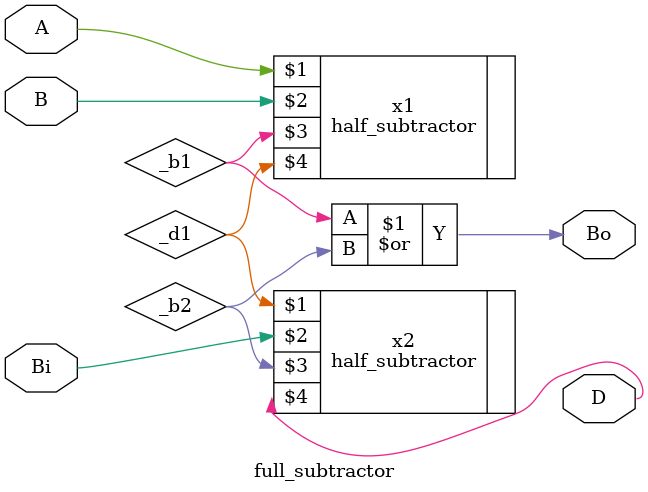
<source format=v>
module full_subtractor(input A, B, Bi, output Bo, D);
  half_subtractor x1(A, B, _b1, _d1);
  half_subtractor x2(_d1, Bi, _b2, D);

  or OR1(Bo, _b1, _b2);
endmodule

</source>
